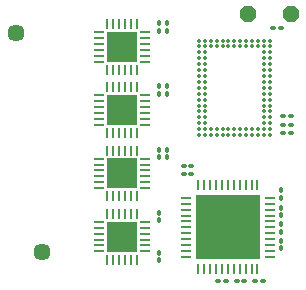
<source format=gbr>
%TF.GenerationSoftware,KiCad,Pcbnew,8.0.5*%
%TF.CreationDate,2025-10-24T05:54:48-05:00*%
%TF.ProjectId,iris-128s,69726973-2d31-4323-9873-2e6b69636164,1*%
%TF.SameCoordinates,Original*%
%TF.FileFunction,Soldermask,Bot*%
%TF.FilePolarity,Negative*%
%FSLAX46Y46*%
G04 Gerber Fmt 4.6, Leading zero omitted, Abs format (unit mm)*
G04 Created by KiCad (PCBNEW 8.0.5) date 2025-10-24 05:54:48*
%MOMM*%
%LPD*%
G01*
G04 APERTURE LIST*
G04 Aperture macros list*
%AMRoundRect*
0 Rectangle with rounded corners*
0 $1 Rounding radius*
0 $2 $3 $4 $5 $6 $7 $8 $9 X,Y pos of 4 corners*
0 Add a 4 corners polygon primitive as box body*
4,1,4,$2,$3,$4,$5,$6,$7,$8,$9,$2,$3,0*
0 Add four circle primitives for the rounded corners*
1,1,$1+$1,$2,$3*
1,1,$1+$1,$4,$5*
1,1,$1+$1,$6,$7*
1,1,$1+$1,$8,$9*
0 Add four rect primitives between the rounded corners*
20,1,$1+$1,$2,$3,$4,$5,0*
20,1,$1+$1,$4,$5,$6,$7,0*
20,1,$1+$1,$6,$7,$8,$9,0*
20,1,$1+$1,$8,$9,$2,$3,0*%
%AMFreePoly0*
4,1,17,0.288426,0.645521,0.645521,0.288426,0.660400,0.252505,0.660400,-0.252505,0.645521,-0.288426,0.288426,-0.645521,0.252505,-0.660400,-0.252505,-0.660400,-0.288426,-0.645521,-0.645521,-0.288426,-0.660400,-0.252505,-0.660400,0.252505,-0.645521,0.288426,-0.288426,0.645521,-0.252505,0.660400,0.252505,0.660400,0.288426,0.645521,0.288426,0.645521,$1*%
G04 Aperture macros list end*
%ADD10C,1.450000*%
%ADD11FreePoly0,90.000000*%
%ADD12RoundRect,0.100000X0.130000X0.100000X-0.130000X0.100000X-0.130000X-0.100000X0.130000X-0.100000X0*%
%ADD13RoundRect,0.100000X-0.100000X0.130000X-0.100000X-0.130000X0.100000X-0.130000X0.100000X0.130000X0*%
%ADD14RoundRect,0.100000X0.100000X-0.130000X0.100000X0.130000X-0.100000X0.130000X-0.100000X-0.130000X0*%
%ADD15R,0.250000X0.900000*%
%ADD16R,0.900000X0.250000*%
%ADD17R,5.400000X5.400000*%
%ADD18RoundRect,0.062500X0.062500X-0.375000X0.062500X0.375000X-0.062500X0.375000X-0.062500X-0.375000X0*%
%ADD19RoundRect,0.062500X0.375000X-0.062500X0.375000X0.062500X-0.375000X0.062500X-0.375000X-0.062500X0*%
%ADD20R,2.600000X2.600000*%
%ADD21RoundRect,0.100000X-0.130000X-0.100000X0.130000X-0.100000X0.130000X0.100000X-0.130000X0.100000X0*%
%ADD22C,0.351600*%
G04 APERTURE END LIST*
D10*
%TO.C,S5*%
X103246980Y-101283400D03*
X100996980Y-82723400D03*
%TD*%
D11*
%TO.C,REF0*%
X120622500Y-81188000D03*
%TD*%
%TO.C,GND1*%
X124315000Y-81188000D03*
%TD*%
D12*
%TO.C,C3*%
X124270760Y-90507460D03*
X123630760Y-90507460D03*
%TD*%
D13*
%TO.C,C44*%
X113813660Y-81930000D03*
X113813660Y-82570000D03*
%TD*%
D12*
%TO.C,R11*%
X120338640Y-103733600D03*
X119698640Y-103733600D03*
%TD*%
D14*
%TO.C,R12*%
X123435300Y-98191700D03*
X123435300Y-97551700D03*
%TD*%
%TO.C,R39*%
X123435300Y-96723160D03*
X123435300Y-96083160D03*
%TD*%
D13*
%TO.C,R3*%
X113111280Y-92630000D03*
X113111280Y-93270000D03*
%TD*%
D12*
%TO.C,C9*%
X115840000Y-94033020D03*
X115200000Y-94033020D03*
%TD*%
%TO.C,C1*%
X124270760Y-91209680D03*
X123630760Y-91209680D03*
%TD*%
%TO.C,C10*%
X115840000Y-94733440D03*
X115200000Y-94733440D03*
%TD*%
D15*
%TO.C,U12*%
X116450000Y-95666000D03*
X116950000Y-95666000D03*
X117450000Y-95666000D03*
X117950000Y-95666000D03*
X118450000Y-95666000D03*
X118950000Y-95666000D03*
X119450000Y-95666000D03*
X119950000Y-95666000D03*
X120450000Y-95666000D03*
X120950000Y-95666000D03*
X121450000Y-95666000D03*
D16*
X122500000Y-96716000D03*
X122500000Y-97216000D03*
X122500000Y-97716000D03*
X122500000Y-98216000D03*
X122500000Y-98716000D03*
X122500000Y-99216000D03*
X122500000Y-99716000D03*
X122500000Y-100216000D03*
X122500000Y-100716000D03*
X122500000Y-101216000D03*
X122500000Y-101716000D03*
D15*
X121450000Y-102766000D03*
X120950000Y-102766000D03*
X120450000Y-102766000D03*
X119950000Y-102766000D03*
X119450000Y-102766000D03*
X118950000Y-102766000D03*
X118450000Y-102766000D03*
X117950000Y-102766000D03*
X117450000Y-102766000D03*
X116950000Y-102766000D03*
X116450000Y-102766000D03*
D16*
X115400000Y-101716000D03*
X115400000Y-101216000D03*
X115400000Y-100716000D03*
X115400000Y-100216000D03*
X115400000Y-99716000D03*
X115400000Y-99216000D03*
X115400000Y-98716000D03*
X115400000Y-98216000D03*
X115400000Y-97716000D03*
X115400000Y-97216000D03*
X115400000Y-96716000D03*
D17*
X118950000Y-99216000D03*
%TD*%
D13*
%TO.C,R4*%
X113111280Y-87280000D03*
X113111280Y-87920000D03*
%TD*%
D18*
%TO.C,U8*%
X111250000Y-101937500D03*
X110750000Y-101937500D03*
X110250000Y-101937500D03*
X109750000Y-101937500D03*
X109250000Y-101937500D03*
X108750000Y-101937500D03*
D19*
X108062500Y-101250000D03*
X108062500Y-100750000D03*
X108062500Y-100250000D03*
X108062500Y-99750000D03*
X108062500Y-99250000D03*
X108062500Y-98750000D03*
D18*
X108750000Y-98062500D03*
X109250000Y-98062500D03*
X109750000Y-98062500D03*
X110250000Y-98062500D03*
X110750000Y-98062500D03*
X111250000Y-98062500D03*
D19*
X111937500Y-98750000D03*
X111937500Y-99250000D03*
X111937500Y-99750000D03*
X111937500Y-100250000D03*
X111937500Y-100750000D03*
X111937500Y-101250000D03*
D20*
X110000000Y-100000000D03*
%TD*%
D14*
%TO.C,R13*%
X123435300Y-99593780D03*
X123435300Y-98953780D03*
%TD*%
D12*
%TO.C,C7*%
X118785600Y-103733600D03*
X118145600Y-103733600D03*
%TD*%
%TO.C,C8*%
X121884400Y-103733600D03*
X121244400Y-103733600D03*
%TD*%
D14*
%TO.C,R15*%
X123435300Y-100995020D03*
X123435300Y-100355020D03*
%TD*%
D13*
%TO.C,R5*%
X113111280Y-81930000D03*
X113111280Y-82570000D03*
%TD*%
D21*
%TO.C,R10*%
X123630760Y-89807140D03*
X124270760Y-89807140D03*
%TD*%
D18*
%TO.C,U7*%
X111250000Y-96587500D03*
X110750000Y-96587500D03*
X110250000Y-96587500D03*
X109750000Y-96587500D03*
X109250000Y-96587500D03*
X108750000Y-96587500D03*
D19*
X108062500Y-95900000D03*
X108062500Y-95400000D03*
X108062500Y-94900000D03*
X108062500Y-94400000D03*
X108062500Y-93900000D03*
X108062500Y-93400000D03*
D18*
X108750000Y-92712500D03*
X109250000Y-92712500D03*
X109750000Y-92712500D03*
X110250000Y-92712500D03*
X110750000Y-92712500D03*
X111250000Y-92712500D03*
D19*
X111937500Y-93400000D03*
X111937500Y-93900000D03*
X111937500Y-94400000D03*
X111937500Y-94900000D03*
X111937500Y-95400000D03*
X111937500Y-95900000D03*
D20*
X110000000Y-94650000D03*
%TD*%
D22*
%TO.C,U9*%
X116500000Y-83400000D03*
X116500000Y-83900000D03*
X116500000Y-84400000D03*
X116500000Y-84900000D03*
X116500000Y-85400000D03*
X116500000Y-85900000D03*
X116500000Y-86400000D03*
X116500000Y-86900000D03*
X116500000Y-87400000D03*
X116500000Y-87900000D03*
X116500000Y-88400000D03*
X116500000Y-88900000D03*
X116500000Y-89400000D03*
X116500000Y-89900000D03*
X116500000Y-90400000D03*
X116500000Y-90900000D03*
X116500000Y-91400000D03*
X117000000Y-83400000D03*
X117000000Y-83900000D03*
X117000000Y-84400000D03*
X117000000Y-84900000D03*
X117000000Y-85400000D03*
X117000000Y-85900000D03*
X117000000Y-86400000D03*
X117000000Y-86900000D03*
X117000000Y-87400000D03*
X117000000Y-87900000D03*
X117000000Y-88400000D03*
X117000000Y-88900000D03*
X117000000Y-89400000D03*
X117000000Y-89900000D03*
X117000000Y-90400000D03*
X117000000Y-90900000D03*
X117000000Y-91400000D03*
X117500000Y-83400000D03*
X117500000Y-83900000D03*
X117500000Y-90900000D03*
X117500000Y-91400000D03*
X118000000Y-83400000D03*
X118000000Y-83900000D03*
X118000000Y-90900000D03*
X118000000Y-91400000D03*
X118500000Y-83400000D03*
X118500000Y-83900000D03*
X118500000Y-90900000D03*
X118500000Y-91400000D03*
X119000000Y-83400000D03*
X119000000Y-83900000D03*
X119000000Y-90900000D03*
X119000000Y-91400000D03*
X119500000Y-83400000D03*
X119500000Y-83900000D03*
X119500000Y-90900000D03*
X119500000Y-91400000D03*
X120000000Y-83400000D03*
X120000000Y-83900000D03*
X120000000Y-90900000D03*
X120000000Y-91400000D03*
X120500000Y-83400000D03*
X120500000Y-83900000D03*
X120500000Y-90900000D03*
X120500000Y-91400000D03*
X121000000Y-83400000D03*
X121000000Y-83900000D03*
X121000000Y-90900000D03*
X121000000Y-91400000D03*
X121500000Y-83400000D03*
X121500000Y-83900000D03*
X121500000Y-90900000D03*
X121500000Y-91400000D03*
X122000000Y-83400000D03*
X122000000Y-83900000D03*
X122000000Y-84400000D03*
X122000000Y-84900000D03*
X122000000Y-85400000D03*
X122000000Y-85900000D03*
X122000000Y-86400000D03*
X122000000Y-86900000D03*
X122000000Y-87400000D03*
X122000000Y-87900000D03*
X122000000Y-88400000D03*
X122000000Y-88900000D03*
X122000000Y-89400000D03*
X122000000Y-89900000D03*
X122000000Y-90400000D03*
X122000000Y-90900000D03*
X122000000Y-91400000D03*
X122500000Y-83400000D03*
X122500000Y-83900000D03*
X122500000Y-84400000D03*
X122500000Y-84900000D03*
X122500000Y-85400000D03*
X122500000Y-85900000D03*
X122500000Y-86400000D03*
X122500000Y-86900000D03*
X122500000Y-87400000D03*
X122500000Y-87900000D03*
X122500000Y-88400000D03*
X122500000Y-88900000D03*
X122500000Y-89400000D03*
X122500000Y-89900000D03*
X122500000Y-90400000D03*
X122500000Y-90900000D03*
X122500000Y-91400000D03*
%TD*%
D14*
%TO.C,C45*%
X113111280Y-102020000D03*
X113111280Y-101380000D03*
%TD*%
D12*
%TO.C,C2*%
X123442200Y-82299680D03*
X122802200Y-82299680D03*
%TD*%
D14*
%TO.C,C47*%
X113815840Y-93270000D03*
X113815840Y-92630000D03*
%TD*%
D18*
%TO.C,U6*%
X111250000Y-91237500D03*
X110750000Y-91237500D03*
X110250000Y-91237500D03*
X109750000Y-91237500D03*
X109250000Y-91237500D03*
X108750000Y-91237500D03*
D19*
X108062500Y-90550000D03*
X108062500Y-90050000D03*
X108062500Y-89550000D03*
X108062500Y-89050000D03*
X108062500Y-88550000D03*
X108062500Y-88050000D03*
D18*
X108750000Y-87362500D03*
X109250000Y-87362500D03*
X109750000Y-87362500D03*
X110250000Y-87362500D03*
X110750000Y-87362500D03*
X111250000Y-87362500D03*
D19*
X111937500Y-88050000D03*
X111937500Y-88550000D03*
X111937500Y-89050000D03*
X111937500Y-89550000D03*
X111937500Y-90050000D03*
X111937500Y-90550000D03*
D20*
X110000000Y-89300000D03*
%TD*%
D18*
%TO.C,U5*%
X111250000Y-85887500D03*
X110750000Y-85887500D03*
X110250000Y-85887500D03*
X109750000Y-85887500D03*
X109250000Y-85887500D03*
X108750000Y-85887500D03*
D19*
X108062500Y-85200000D03*
X108062500Y-84700000D03*
X108062500Y-84200000D03*
X108062500Y-83700000D03*
X108062500Y-83200000D03*
X108062500Y-82700000D03*
D18*
X108750000Y-82012500D03*
X109250000Y-82012500D03*
X109750000Y-82012500D03*
X110250000Y-82012500D03*
X110750000Y-82012500D03*
X111250000Y-82012500D03*
D19*
X111937500Y-82700000D03*
X111937500Y-83200000D03*
X111937500Y-83700000D03*
X111937500Y-84200000D03*
X111937500Y-84700000D03*
X111937500Y-85200000D03*
D20*
X110000000Y-83950000D03*
%TD*%
D14*
%TO.C,C46*%
X113813240Y-87920000D03*
X113813240Y-87280000D03*
%TD*%
D13*
%TO.C,R2*%
X113111280Y-97980000D03*
X113111280Y-98620000D03*
%TD*%
M02*

</source>
